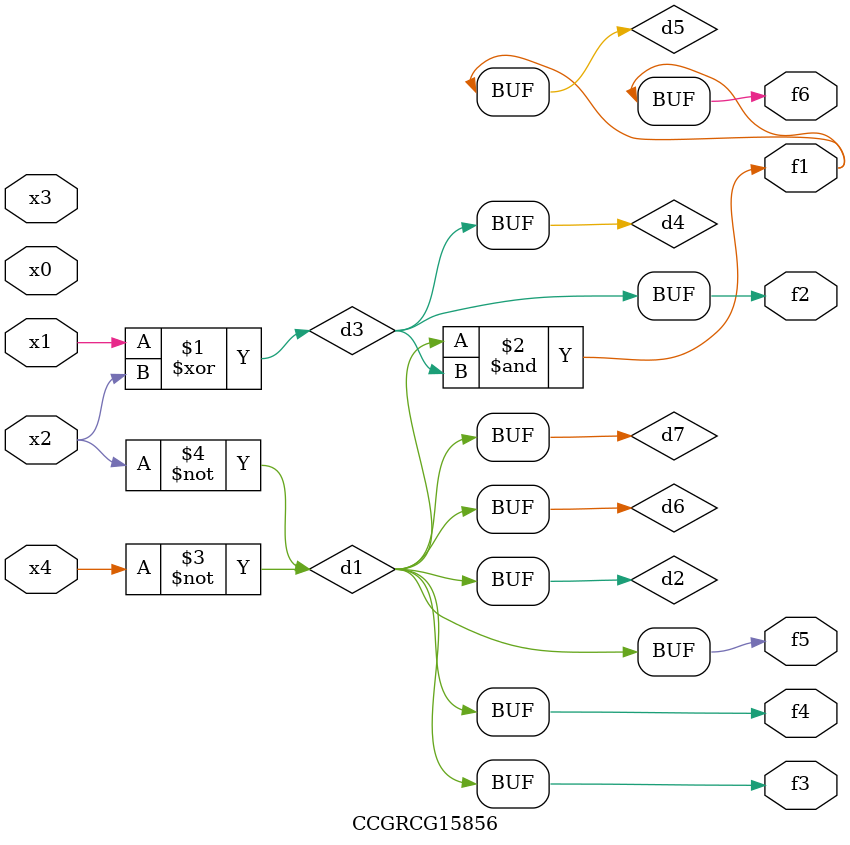
<source format=v>
module CCGRCG15856(
	input x0, x1, x2, x3, x4,
	output f1, f2, f3, f4, f5, f6
);

	wire d1, d2, d3, d4, d5, d6, d7;

	not (d1, x4);
	not (d2, x2);
	xor (d3, x1, x2);
	buf (d4, d3);
	and (d5, d1, d3);
	buf (d6, d1, d2);
	buf (d7, d2);
	assign f1 = d5;
	assign f2 = d4;
	assign f3 = d7;
	assign f4 = d7;
	assign f5 = d7;
	assign f6 = d5;
endmodule

</source>
